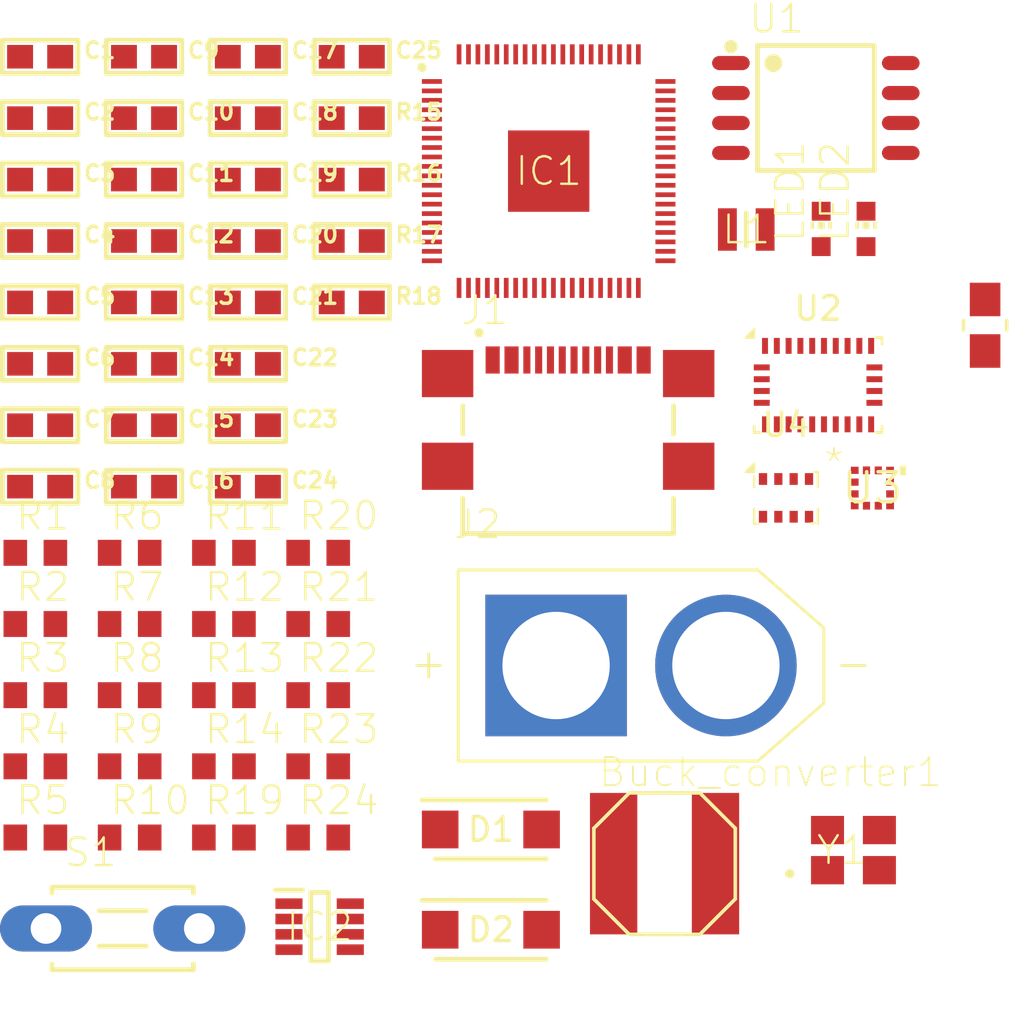
<source format=kicad_pcb>
(kicad_pcb (version 20241229) (generator "pcbnew") (generator_version "9.0")
  (layers (0 "F.Cu" signal) (2 "B.Cu" signal) (13 "F.Paste" user) (15 "B.Paste" user) (5 "F.SilkS" user "F.Silkscreen") (7 "B.SilkS" user "B.Silkscreen") (1 "F.Mask" user) (3 "B.Mask" user) (25 "Edge.Cuts" user))
  (net 0 "")
  (net 1 "/BST")
  (net 2 "/3v3")
  (net 3 "/GND")
  (net 4 "/1v1")
  (net 5 "Net-(C7-P$1)")
  (net 6 "Net-(C11-P$1)")
  (net 7 "/XIN")
  (net 8 "Net-(C16-P$2)")
  (net 9 "Net-(C17-P$1)")
  (net 10 "Net-(C18-P$1)")
  (net 11 "/V_CC_AAM")
  (net 12 "/V_MUX_OUT")
  (net 13 "/XIN32")
  (net 14 "/XOUT32")
  (net 15 "/V_BATT")
  (net 16 "/VBUS")
  (net 19 "/QSPI_SS")
  (net 22 "/QSPI_SD2")
  (net 24 "/QSPI_SD3")
  (net 29 "/QSPI_SCLK")
  (net 30 "/D_M")
  (net 41 "/QSPI_SD1")
  (net 45 "/XOUT")
  (net 54 "Net-(IC1-VREG_LX)")
  (net 57 "/D_P")
  (net 63 "/FLASH_EXT_CS")
  (net 65 "/QSPI_SD0")
  (net 75 "/SCL")
  (net 76 "/SDA")
  (net 77 "Net-(IC2-AAM)")
  (net 78 "Net-(IC2-EN)")
  (net 79 "Net-(IC2-BST)")
  (net 80 "Net-(IC2-FB)")
  (net 81 "Net-(J1-DN1)")
  (net 85 "Net-(J1-CC2)")
  (net 86 "Net-(J1-DP1)")
  (net 88 "Net-(J1-CC1)")
  (net 89 "Net-(LED1-PadC)")
  (net 90 "Net-(LED2-PadC)")
  (net 91 "Net-(U1-~{CS})")
  (net 92 "Net-(R17-Pad1)")
  (net 93 "Net-(U4-SDO)")
  (net 94 "Net-(U2-~{RESET})")
  (net 95 "Net-(U2-COM3)")
  (net 96 "Net-(U4-CSB)")
  (footprint "adafruit:R0603" (layer "F.Cu") (at 69.6484 111.4288)
    (property "Reference" "R4" (at -0.889 -0.889 0) (layer "F.SilkS") (effects (font (size 1.1684 1.1684) (thickness 0.1016)) (justify left bottom)))
    (property "Value" "27.4")
    (pad "1" smd rect (at -0.85 0) (size 1 1.1) (layers "F.Cu" "F.Mask" "F.Paste") (net 57 "/D_P"))
    (pad "2" smd rect (at 0.85 0) (size 1 1.1) (layers "F.Cu" "F.Mask" "F.Paste") (net 86 "Net-(J1-DP1)"))
  )
  (footprint "adafruit:R0603" (layer "F.Cu") (at 77.642 105.3952)
    (property "Reference" "R12" (at -0.889 -0.889 0) (layer "F.SilkS") (effects (font (size 1.1684 1.1684) (thickness 0.1016)) (justify left bottom)))
    (property "Value" "20k")
    (pad "1" smd rect (at -0.85 0) (size 1 1.1) (layers "F.Cu" "F.Mask" "F.Paste") (net 9 "Net-(C17-P$1)"))
    (pad "2" smd rect (at 0.85 0) (size 1 1.1) (layers "F.Cu" "F.Mask" "F.Paste") (net 80 "Net-(IC2-FB)"))
  )
  (footprint "YSX321SL:YSX321SL" (layer "F.Cu") (at 104.33 114.98)
    (property "Reference" "Y1" (at -0.5 0 0) (layer "F.SilkS") (effects (font (size 1.1684 1.1684) (thickness 0.1016))))
    (property "Value" "~")
    (pad "1" smd rect (at -1.1 0.85) (size 1.4 1.2) (layers "F.Cu" "F.Mask" "F.Paste") (net 6 "Net-(C11-P$1)"))
    (pad "2" smd rect (at 1.1 0.85) (size 1.4 1.2) (layers "F.Cu" "F.Mask" "F.Paste") (net 3 "/GND"))
    (pad "3" smd rect (at 1.1 -0.85) (size 1.4 1.2) (layers "F.Cu" "F.Mask" "F.Paste") (net 7 "/XIN"))
    (pad "4" smd rect (at -1.1 -0.85) (size 1.4 1.2) (layers "F.Cu" "F.Mask" "F.Paste") (net 3 "/GND"))
  )
  (footprint "adafruit:R0603" (layer "F.Cu") (at 77.642 114.4456)
    (property "Reference" "R19" (at -0.889 -0.889 0) (layer "F.SilkS") (effects (font (size 1.1684 1.1684) (thickness 0.1016)) (justify left bottom)))
    (property "Value" "10k ohm")
    (pad "1" smd rect (at -0.85 0) (size 1 1.1) (layers "F.Cu" "F.Mask" "F.Paste") (net 3 "/GND"))
    (pad "2" smd rect (at 0.85 0) (size 1 1.1) (layers "F.Cu" "F.Mask" "F.Paste") (net 93 "Net-(U4-SDO)"))
  )
  (footprint "adafruit:CHIP-LED0603" (layer "F.Cu") (at 102.9608 88.65)
    (property "Reference" "LED1" (at -0.635 0.635 90) (layer "F.SilkS") (effects (font (size 1.1684 1.1684) (thickness 0.1016)) (justify left bottom)))
    (property "Value" "V_BATT")
    (pad "A" smd rect (at 0 0.75) (size 0.8 0.8) (layers "F.Cu" "F.Mask" "F.Paste") (net 15 "/V_BATT"))
    (pad "C" smd rect (at 0 -0.75) (size 0.8 0.8) (layers "F.Cu" "F.Mask" "F.Paste") (net 89 "Net-(LED1-PadC)"))
  )
  (footprint "microbuilder:0603" (layer "F.Cu") (at 74.2548 96.9708)
    (property "Reference" "C15" (at 1.778 0.127 0) (layer "F.SilkS") (effects (font (size 0.666496 0.666496) (thickness 0.146304)) (justify left bottom)))
    (property "Value" "10 uF")
    (pad "1" smd rect (at -0.85 0) (size 1.1 1) (layers "F.Cu" "F.Mask" "F.Paste") (net 2 "/3v3"))
    (pad "2" smd rect (at 0.85 0) (size 1.1 1) (layers "F.Cu" "F.Mask" "F.Paste") (net 3 "/GND"))
  )
  (footprint "microbuilder:0603" (layer "F.Cu") (at 78.658 89.1612)
    (property "Reference" "C20" (at 1.778 0.127 0) (layer "F.SilkS") (effects (font (size 0.666496 0.666496) (thickness 0.146304)) (justify left bottom)))
    (property "Value" "22uF")
    (pad "1" smd rect (at -0.85 0) (size 1.1 1) (layers "F.Cu" "F.Mask" "F.Paste") (net 3 "/GND"))
    (pad "2" smd rect (at 0.85 0) (size 1.1 1) (layers "F.Cu" "F.Mask" "F.Paste") (net 2 "/3v3"))
  )
  (footprint "XT60-M:AMASS_XT60-M" (layer "F.Cu") (at 95.3235 107.155)
    (property "Reference" "J2" (at -8 -5.3 0) (layer "F.SilkS") (effects (font (size 1.1684 1.1684) (thickness 0.1016)) (justify left bottom)))
    (property "Value" "BATT_CONN")
    (pad "N" thru_hole circle (at 3.6 0) (size 6 6) (drill 4.55) (layers "*.Cu" "*.Mask") (net 3 "/GND"))
    (pad "P" thru_hole rect (at -3.6 0) (size 6 6) (drill 4.55) (layers "*.Cu" "*.Mask") (net 15 "/V_BATT"))
  )
  (footprint "adafruit:R0603" (layer "F.Cu") (at 77.642 111.4288)
    (property "Reference" "R14" (at -0.889 -0.889 0) (layer "F.SilkS") (effects (font (size 1.1684 1.1684) (thickness 0.1016)) (justify left bottom)))
    (property "Value" "100")
    (pad "1" smd rect (at -0.85 0) (size 1 1.1) (layers "F.Cu" "F.Mask" "F.Paste") (net 89 "Net-(LED1-PadC)"))
    (pad "2" smd rect (at 0.85 0) (size 1 1.1) (layers "F.Cu" "F.Mask" "F.Paste") (net 3 "/GND"))
  )
  (footprint "microbuilder:0603" (layer "F.Cu") (at 83.0612 89.1612)
    (property "Reference" "R17" (at 1.778 0.127 0) (layer "F.SilkS") (effects (font (size 0.666496 0.666496) (thickness 0.146304)) (justify left bottom)))
    (property "Value" "~")
    (pad "1" smd rect (at -0.85 0) (size 1.1 1) (layers "F.Cu" "F.Mask" "F.Paste") (net 92 "Net-(R17-Pad1)"))
    (pad "2" smd rect (at 0.85 0) (size 1.1 1) (layers "F.Cu" "F.Mask" "F.Paste") (net 19 "/QSPI_SS"))
  )
  (footprint "microbuilder:0603" (layer "F.Cu") (at 74.2548 86.558)
    (property "Reference" "C11" (at 1.778 0.127 0) (layer "F.SilkS") (effects (font (size 0.666496 0.666496) (thickness 0.146304)) (justify left bottom)))
    (property "Value" "18pF")
    (pad "1" smd rect (at -0.85 0) (size 1.1 1) (layers "F.Cu" "F.Mask" "F.Paste") (net 6 "Net-(C11-P$1)"))
    (pad "2" smd rect (at 0.85 0) (size 1.1 1) (layers "F.Cu" "F.Mask" "F.Paste") (net 3 "/GND"))
  )
  (footprint "microbuilder:0603" (layer "F.Cu") (at 78.658 81.3516)
    (property "Reference" "C17" (at 1.778 0.127 0) (layer "F.SilkS") (effects (font (size 0.666496 0.666496) (thickness 0.146304)) (justify left bottom)))
    (property "Value" "3.3pF")
    (pad "1" smd rect (at -0.85 0) (size 1.1 1) (layers "F.Cu" "F.Mask" "F.Paste") (net 9 "Net-(C17-P$1)"))
    (pad "2" smd rect (at 0.85 0) (size 1.1 1) (layers "F.Cu" "F.Mask" "F.Paste") (net 2 "/3v3"))
  )
  (footprint "microbuilder:0603" (layer "F.Cu") (at 69.8516 89.1612)
    (property "Reference" "C4" (at 1.778 0.127 0) (layer "F.SilkS") (effects (font (size 0.666496 0.666496) (thickness 0.146304)) (justify left bottom)))
    (property "Value" "100nF")
    (pad "1" smd rect (at -0.85 0) (size 1.1 1) (layers "F.Cu" "F.Mask" "F.Paste") (net 2 "/3v3"))
    (pad "2" smd rect (at 0.85 0) (size 1.1 1) (layers "F.Cu" "F.Mask" "F.Paste") (net 3 "/GND"))
  )
  (footprint "microbuilder:0603" (layer "F.Cu") (at 69.8516 99.574)
    (property "Reference" "C8" (at 1.778 0.127 0) (layer "F.SilkS") (effects (font (size 0.666496 0.666496) (thickness 0.146304)) (justify left bottom)))
    (property "Value" "4.7uF")
    (pad "1" smd rect (at -0.85 0) (size 1.1 1) (layers "F.Cu" "F.Mask" "F.Paste") (net 4 "/1v1"))
    (pad "2" smd rect (at 0.85 0) (size 1.1 1) (layers "F.Cu" "F.Mask" "F.Paste") (net 3 "/GND"))
  )
  (footprint "SRN6045-4R7Y:SRN6045" (layer "F.Cu") (at 96.3223 115.5534)
    (property "Reference" "Buck_converter1" (at -2.8702 -3.175 0) (layer "F.SilkS") (effects (font (size 1.1938 1.1938) (thickness 0.0762)) (justify left bottom)))
    (property "Value" "4.7uH")
    (pad "1" smd rect (at -2.159 0) (size 2.0066 5.9944) (layers "F.Cu" "F.Mask" "F.Paste") (net 2 "/3v3"))
    (pad "2" smd rect (at 2.159 0) (size 2.0066 5.9944) (layers "F.Cu" "F.Mask" "F.Paste") (net 1 "/BST"))
  )
  (footprint "microbuilder:0603" (layer "F.Cu") (at 83.0612 83.9548)
    (property "Reference" "R15" (at 1.778 0.127 0) (layer "F.SilkS") (effects (font (size 0.666496 0.666496) (thickness 0.146304)) (justify left bottom)))
    (property "Value" "10k")
    (pad "1" smd rect (at -0.85 0) (size 1.1 1) (layers "F.Cu" "F.Mask" "F.Paste") (net 91 "Net-(U1-~{CS})"))
    (pad "2" smd rect (at 0.85 0) (size 1.1 1) (layers "F.Cu" "F.Mask" "F.Paste") (net 2 "/3v3"))
  )
  (footprint "adafruit:R0603" (layer "F.Cu") (at 69.6484 108.412)
    (property "Reference" "R3" (at -0.889 -0.889 0) (layer "F.SilkS") (effects (font (size 1.1684 1.1684) (thickness 0.1016)) (justify left bottom)))
    (property "Value" "5.1k")
    (pad "1" smd rect (at -0.85 0) (size 1 1.1) (layers "F.Cu" "F.Mask" "F.Paste") (net 3 "/GND"))
    (pad "2" smd rect (at 0.85 0) (size 1 1.1) (layers "F.Cu" "F.Mask" "F.Paste") (net 88 "Net-(J1-CC1)"))
  )
  (footprint "adafruit:R0603" (layer "F.Cu") (at 73.6452 108.412)
    (property "Reference" "R8" (at -0.889 -0.889 0) (layer "F.SilkS") (effects (font (size 1.1684 1.1684) (thickness 0.1016)) (justify left bottom)))
    (property "Value" "100k")
    (pad "1" smd rect (at -0.85 0) (size 1 1.1) (layers "F.Cu" "F.Mask" "F.Paste") (net 77 "Net-(IC2-AAM)"))
    (pad "2" smd rect (at 0.85 0) (size 1 1.1) (layers "F.Cu" "F.Mask" "F.Paste") (net 11 "/V_CC_AAM"))
  )
  (footprint "microbuilder:0603" (layer "F.Cu") (at 74.2548 89.1612)
    (property "Reference" "C12" (at 1.778 0.127 0) (layer "F.SilkS") (effects (font (size 0.666496 0.666496) (thickness 0.146304)) (justify left bottom)))
    (property "Value" "18pF")
    (pad "1" smd rect (at -0.85 0) (size 1.1 1) (layers "F.Cu" "F.Mask" "F.Paste") (net 3 "/GND"))
    (pad "2" smd rect (at 0.85 0) (size 1.1 1) (layers "F.Cu" "F.Mask" "F.Paste") (net 7 "/XIN"))
  )
  (footprint "adafruit:R0603" (layer "F.Cu") (at 73.6452 114.4456)
    (property "Reference" "R10" (at -0.889 -0.889 0) (layer "F.SilkS") (effects (font (size 1.1684 1.1684) (thickness 0.1016)) (justify left bottom)))
    (property "Value" "100k")
    (pad "1" smd rect (at -0.85 0) (size 1 1.1) (layers "F.Cu" "F.Mask" "F.Paste") (net 9 "Net-(C17-P$1)"))
    (pad "2" smd rect (at 0.85 0) (size 1 1.1) (layers "F.Cu" "F.Mask" "F.Paste") (net 2 "/3v3"))
  )
  (footprint "MP2315SGJ-Z:SOT65P280X100-8N" (layer "F.Cu") (at 81.7 118.225)
    (property "Reference" "IC2" (at 0 0 0) (layer "F.SilkS") (effects (font (size 1.1684 1.1684) (thickness 0.1016))))
    (property "Value" "MP2315S")
    (pad "1" smd rect (at -1.3 -0.975) (size 1.15 0.45) (layers "F.Cu" "F.Mask" "F.Paste") (net 77 "Net-(IC2-AAM)"))
    (pad "2" smd rect (at -1.3 -0.325) (size 1.15 0.45) (layers "F.Cu" "F.Mask" "F.Paste") (net 12 "/V_MUX_OUT"))
    (pad "3" smd rect (at -1.3 0.325) (size 1.15 0.45) (layers "F.Cu" "F.Mask" "F.Paste") (net 1 "/BST"))
    (pad "4" smd rect (at -1.3 0.975) (size 1.15 0.45) (layers "F.Cu" "F.Mask" "F.Paste") (net 3 "/GND"))
    (pad "5" smd rect (at 1.3 0.975) (size 1.15 0.45) (layers "F.Cu" "F.Mask" "F.Paste") (net 79 "Net-(IC2-BST)"))
    (pad "6" smd rect (at 1.3 0.325) (size 1.15 0.45) (layers "F.Cu" "F.Mask" "F.Paste") (net 78 "Net-(IC2-EN)"))
    (pad "7" smd rect (at 1.3 -0.325) (size 1.15 0.45) (layers "F.Cu" "F.Mask" "F.Paste") (net 11 "/V_CC_AAM"))
    (pad "8" smd rect (at 1.3 -0.975) (size 1.15 0.45) (layers "F.Cu" "F.Mask" "F.Paste") (net 80 "Net-(IC2-FB)"))
  )
  (footprint "microbuilder:0603" (layer "F.Cu") (at 78.658 94.3676)
    (property "Reference" "C22" (at 1.778 0.127 0) (layer "F.SilkS") (effects (font (size 0.666496 0.666496) (thickness 0.146304)) (justify left bottom)))
    (property "Value" "100nF")
    (pad "1" smd rect (at -0.85 0) (size 1.1 1) (layers "F.Cu" "F.Mask" "F.Paste") (net 3 "/GND"))
    (pad "2" smd rect (at 0.85 0) (size 1.1 1) (layers "F.Cu" "F.Mask" "F.Paste") (net 12 "/V_MUX_OUT"))
  )
  (footprint "microbuilder:0603" (layer "F.Cu") (at 69.8516 96.9708)
    (property "Reference" "C7" (at 1.778 0.127 0) (layer "F.SilkS") (effects (font (size 0.666496 0.666496) (thickness 0.146304)) (justify left bottom)))
    (property "Value" "4.7uF")
    (pad "1" smd rect (at -0.85 0) (size 1.1 1) (layers "F.Cu" "F.Mask" "F.Paste") (net 5 "Net-(C7-P$1)"))
    (pad "2" smd rect (at 0.85 0) (size 1.1 1) (layers "F.Cu" "F.Mask" "F.Paste") (net 3 "/GND"))
  )
  (footprint "microbuilder:0603" (layer "F.Cu") (at 78.658 83.9548)
    (property "Reference" "C18" (at 1.778 0.127 0) (layer "F.SilkS") (effects (font (size 0.666496 0.666496) (thickness 0.146304)) (justify left bottom)))
    (property "Value" "100nF")
    (pad "1" smd rect (at -0.85 0) (size 1.1 1) (layers "F.Cu" "F.Mask" "F.Paste") (net 10 "Net-(C18-P$1)"))
    (pad "2" smd rect (at 0.85 0) (size 1.1 1) (layers "F.Cu" "F.Mask" "F.Paste") (net 1 "/BST"))
  )
  (footprint "RP2354B:QFN40P1000X1000X90-81N" (layer "F.Cu") (at 91.41 86.2)
    (property "Reference" "IC1" (at 0 0 0) (layer "F.SilkS") (effects (font (size 1.1684 1.1684) (thickness 0.1016))))
    (property "Value" "~")
    (pad "1" smd rect (at -4.95 -3.8) (size 0.85 0.2) (layers "F.Cu" "F.Mask" "F.Paste") (net 76 "/SDA"))
    (pad "2" smd rect (at -4.95 -3.4) (size 0.85 0.2) (layers "F.Cu" "F.Mask" "F.Paste") (net 75 "/SCL"))
    (pad "3" smd rect (at -4.95 -3) (size 0.85 0.2) (layers "F.Cu" "F.Mask" "F.Paste"))
    (pad "4" smd rect (at -4.95 -2.6) (size 0.85 0.2) (layers "F.Cu" "F.Mask" "F.Paste"))
    (pad "5" smd rect (at -4.95 -2.2) (size 0.85 0.2) (layers "F.Cu" "F.Mask" "F.Paste") (net 2 "/3v3"))
    (pad "6" smd rect (at -4.95 -1.8) (size 0.85 0.2) (layers "F.Cu" "F.Mask" "F.Paste"))
    (pad "7" smd rect (at -4.95 -1.4) (size 0.85 0.2) (layers "F.Cu" "F.Mask" "F.Paste"))
    (pad "8" smd rect (at -4.95 -1) (size 0.85 0.2) (layers "F.Cu" "F.Mask" "F.Paste"))
    (pad "9" smd rect (at -4.95 -0.6) (size 0.85 0.2) (layers "F.Cu" "F.Mask" "F.Paste"))
    (pad "10" smd rect (at -4.95 -0.2) (size 0.85 0.2) (layers "F.Cu" "F.Mask" "F.Paste") (net 4 "/1v1"))
    (pad "11" smd rect (at -4.95 0.2) (size 0.85 0.2) (layers "F.Cu" "F.Mask" "F.Paste"))
    (pad "12" smd rect (at -4.95 0.6) (size 0.85 0.2) (layers "F.Cu" "F.Mask" "F.Paste"))
    (pad "13" smd rect (at -4.95 1) (size 0.85 0.2) (layers "F.Cu" "F.Mask" "F.Paste"))
    (pad "14" smd rect (at -4.95 1.4) (size 0.85 0.2) (layers "F.Cu" "F.Mask" "F.Paste"))
    (pad "15" smd rect (at -4.95 1.8) (size 0.85 0.2) (layers "F.Cu" "F.Mask" "F.Paste") (net 2 "/3v3"))
    (pad "16" smd rect (at -4.95 2.2) (size 0.85 0.2) (layers "F.Cu" "F.Mask" "F.Paste"))
    (pad "17" smd rect (at -4.95 2.6) (size 0.85 0.2) (layers "F.Cu" "F.Mask" "F.Paste"))
    (pad "18" smd rect (at -4.95 3) (size 0.85 0.2) (layers "F.Cu" "F.Mask" "F.Paste"))
    (pad "19" smd rect (at -4.95 3.4) (size 0.85 0.2) (layers "F.Cu" "F.Mask" "F.Paste"))
    (pad "20" smd rect (at -4.95 3.8) (size 0.85 0.2) (layers "F.Cu" "F.Mask" "F.Paste"))
    (pad "21" smd rect (at -3.8 4.95 90) (size 0.85 0.2) (layers "F.Cu" "F.Mask" "F.Paste"))
    (pad "22" smd rect (at -3.4 4.95 90) (size 0.85 0.2) (layers "F.Cu" "F.Mask" "F.Paste"))
    (pad "23" smd rect (at -3 4.95 90) (size 0.85 0.2) (layers "F.Cu" "F.Mask" "F.Paste"))
    (pad "24" smd rect (at -2.6 4.95 90) (size 0.85 0.2) (layers "F.Cu" "F.Mask" "F.Paste") (net 2 "/3v3"))
    (pad "25" smd rect (at -2.2 4.95 90) (size 0.85 0.2) (layers "F.Cu" "F.Mask" "F.Paste"))
    (pad "26" smd rect (at -1.8 4.95 90) (size 0.85 0.2) (layers "F.Cu" "F.Mask" "F.Paste"))
    (pad "27" smd rect (at -1.4 4.95 90) (size 0.85 0.2) (layers "F.Cu" "F.Mask" "F.Paste"))
    (pad "28" smd rect (at -1 4.95 90) (size 0.85 0.2) (layers "F.Cu" "F.Mask" "F.Paste"))
    (pad "29" smd rect (at -0.6 4.95 90) (size 0.85 0.2) (layers "F.Cu" "F.Mask" "F.Paste") (net 2 "/3v3"))
    (pad "30" smd rect (at -0.2 4.95 90) (size 0.85 0.2) (layers "F.Cu" "F.Mask" "F.Paste") (net 7 "/XIN"))
    (pad "31" smd rect (at 0.2 4.95 90) (size 0.85 0.2) (layers "F.Cu" "F.Mask" "F.Paste") (net 45 "/XOUT"))
    (pad "32" smd rect (at 0.6 4.95 90) (size 0.85 0.2) (layers "F.Cu" "F.Mask" "F.Paste") (net 4 "/1v1"))
    (pad "33" smd rect (at 1 4.95 90) (size 0.85 0.2) (layers "F.Cu" "F.Mask" "F.Paste"))
    (pad "34" smd rect (at 1.4 4.95 90) (size 0.85 0.2) (layers "F.Cu" "F.Mask" "F.Paste"))
    (pad "35" smd rect (at 1.8 4.95 90) (size 0.85 0.2) (layers "F.Cu" "F.Mask" "F.Paste") (net 2 "/3v3"))
    (pad "36" smd rect (at 2.2 4.95 90) (size 0.85 0.2) (layers "F.Cu" "F.Mask" "F.Paste"))
    (pad "37" smd rect (at 2.6 4.95 90) (size 0.85 0.2) (layers "F.Cu" "F.Mask" "F.Paste"))
    (pad "38" smd rect (at 3 4.95 90) (size 0.85 0.2) (layers "F.Cu" "F.Mask" "F.Paste"))
    (pad "39" smd rect (at 3.4 4.95 90) (size 0.85 0.2) (layers "F.Cu" "F.Mask" "F.Paste"))
    (pad "40" smd rect (at 3.8 4.95 90) (size 0.85 0.2) (layers "F.Cu" "F.Mask" "F.Paste"))
    (pad "41" smd rect (at 4.95 3.8) (size 0.85 0.2) (layers "F.Cu" "F.Mask" "F.Paste") (net 2 "/3v3"))
    (pad "42" smd rect (at 4.95 3.4) (size 0.85 0.2) (layers "F.Cu" "F.Mask" "F.Paste"))
    (pad "43" smd rect (at 4.95 3) (size 0.85 0.2) (layers "F.Cu" "F.Mask" "F.Paste"))
    (pad "44" smd rect (at 4.95 2.6) (size 0.85 0.2) (layers "F.Cu" "F.Mask" "F.Paste"))
    (pad "45" smd rect (at 4.95 2.2) (size 0.85 0.2) (layers "F.Cu" "F.Mask" "F.Paste"))
    (pad "46" smd rect (at 4.95 1.8) (size 0.85 0.2) (layers "F.Cu" "F.Mask" "F.Paste"))
    (pad "47" smd rect (at 4.95 1.4) (size 0.85 0.2) (layers "F.Cu" "F.Mask" "F.Paste"))
    (pad "48" smd rect (at 4.95 1) (size 0.85 0.2) (layers "F.Cu" "F.Mask" "F.Paste"))
    (pad "49" smd rect (at 4.95 0.6) (size 0.85 0.2) (layers "F.Cu" "F.Mask" "F.Paste"))
    (pad "50" smd rect (at 4.95 0.2) (size 0.85 0.2) (layers "F.Cu" "F.Mask" "F.Paste") (net 2 "/3v3"))
    (pad "51" smd rect (at 4.95 -0.2) (size 0.85 0.2) (layers "F.Cu" "F.Mask" "F.Paste") (net 4 "/1v1"))
    (pad "52" smd rect (at 4.95 -0.6) (size 0.85 0.2) (layers "F.Cu" "F.Mask" "F.Paste"))
    (pad "53" smd rect (at 4.95 -1) (size 0.85 0.2) (layers "F.Cu" "F.Mask" "F.Paste"))
    (pad "54" smd rect (at 4.95 -1.4) (size 0.85 0.2) (layers "F.Cu" "F.Mask" "F.Paste"))
    (pad "55" smd rect (at 4.95 -1.8) (size 0.85 0.2) (layers "F.Cu" "F.Mask" "F.Paste"))
    (pad "56" smd rect (at 4.95 -2.2) (size 0.85 0.2) (layers "F.Cu" "F.Mask" "F.Paste"))
    (pad "57" smd rect (at 4.95 -2.6) (size 0.85 0.2) (layers "F.Cu" "F.Mask" "F.Paste"))
    (pad "58" smd rect (at 4.95 -3) (size 0.85 0.2) (layers "F.Cu" "F.Mask" "F.Paste"))
    (pad "59" smd rect (at 4.95 -3.4) (size 0.85 0.2) (layers "F.Cu" "F.Mask" "F.Paste") (net 2 "/3v3"))
    (pad "60" smd rect (at 4.95 -3.8) (size 0.85 0.2) (layers "F.Cu" "F.Mask" "F.Paste") (net 2 "/3v3"))
    (pad "61" smd rect (at 3.8 -4.95 90) (size 0.85 0.2) (layers "F.Cu" "F.Mask" "F.Paste") (net 5 "Net-(C7-P$1)"))
    (pad "62" smd rect (at 3.4 -4.95 90) (size 0.85 0.2) (layers "F.Cu" "F.Mask" "F.Paste") (net 3 "/GND"))
    (pad "63" smd rect (at 3 -4.95 90) (size 0.85 0.2) (layers "F.Cu" "F.Mask" "F.Paste") (net 54 "Net-(IC1-VREG_LX)"))
    (pad "64" smd rect (at 2.6 -4.95 90) (size 0.85 0.2) (layers "F.Cu" "F.Mask" "F.Paste") (net 2 "/3v3"))
    (pad "65" smd rect (at 2.2 -4.95 90) (size 0.85 0.2) (layers "F.Cu" "F.Mask" "F.Paste") (net 4 "/1v1"))
    (pad "66" smd rect (at 1.8 -4.95 90) (size 0.85 0.2) (layers "F.Cu" "F.Mask" "F.Paste") (net 30 "/D_M"))
    (pad "67" smd rect (at 1.4 -4.95 90) (size 0.85 0.2) (layers "F.Cu" "F.Mask" "F.Paste") (net 57 "/D_P"))
    (pad "68" smd rect (at 1 -4.95 90) (size 0.85 0.2) (layers "F.Cu" "F.Mask" "F.Paste") (net 2 "/3v3"))
    (pad "69" smd rect (at 0.6 -4.95 90) (size 0.85 0.2) (layers "F.Cu" "F.Mask" "F.Paste") (net 2 "/3v3"))
    (pad "70" smd rect (at 0.2 -4.95 90) (size 0.85 0.2) (layers "F.Cu" "F.Mask" "F.Paste") (net 24 "/QSPI_SD3"))
    (pad "71" smd rect (at -0.2 -4.95 90) (size 0.85 0.2) (layers "F.Cu" "F.Mask" "F.Paste") (net 29 "/QSPI_SCLK"))
    (pad "72" smd rect (at -0.6 -4.95 90) (size 0.85 0.2) (layers "F.Cu" "F.Mask" "F.Paste") (net 65 "/QSPI_SD0"))
    (pad "73" smd rect (at -1 -4.95 90) (size 0.85 0.2) (layers "F.Cu" "F.Mask" "F.Paste") (net 22 "/QSPI_SD2"))
    (pad "74" smd rect (at -1.4 -4.95 90) (size 0.85 0.2) (layers "F.Cu" "F.Mask" "F.Paste") (net 41 "/QSPI_SD1"))
    (pad "75" smd rect (at -1.8 -4.95 90) (size 0.85 0.2) (layers "F.Cu" "F.Mask" "F.Paste") (net 19 "/QSPI_SS"))
    (pad "76" smd rect (at -2.2 -4.95 90) (size 0.85 0.2) (layers "F.Cu" "F.Mask" "F.Paste") (net 2 "/3v3"))
    (pad "77" smd rect (at -2.6 -4.95 90) (size 0.85 0.2) (layers "F.Cu" "F.Mask" "F.Paste") (net 63 "/FLASH_EXT_CS"))
    (pad "78" smd rect (at -3 -4.95 90) (size 0.85 0.2) (layers "F.Cu" "F.Mask" "F.Paste"))
    (pad "79" smd rect (at -3.4 -4.95 90) (size 0.85 0.2) (layers "F.Cu" "F.Mask" "F.Paste"))
    (pad "80" smd rect (at -3.8 -4.95 90) (size 0.85 0.2) (layers "F.Cu" "F.Mask" "F.Paste"))
    (pad "81" smd rect (at 0 0 90) (size 3.45 3.45) (layers "F.Cu" "F.Mask" "F.Paste") (net 3 "/GND"))
  )
  (footprint "Package_LGA:LGA-28_5.2x3.8mm_P0.5mm" (layer "F.Cu") (at 102.83 95.27)
    (property "Reference" "U2" (at 0 -3.25 0) (layer "F.SilkS"))
    (property "Value" "BNO055")
    (pad "1" smd rect (at -2.25 -1.6625) (size 0.254 0.675) (layers "F.Cu" "F.Mask" "F.Paste"))
    (pad "2" smd rect (at -2.3875 -0.75 90) (size 0.254 0.675) (layers "F.Cu" "F.Mask" "F.Paste") (net 3 "/GND"))
    (pad "3" smd rect (at -2.3875 -0.25 90) (size 0.254 0.675) (layers "F.Cu" "F.Mask" "F.Paste") (net 2 "/3v3"))
    (pad "4" smd rect (at -2.3875 0.25 90) (size 0.254 0.675) (layers "F.Cu" "F.Mask" "F.Paste") (net 2 "/3v3"))
    (pad "5" smd rect (at -2.3875 0.75 90) (size 0.254 0.675) (layers "F.Cu" "F.Mask" "F.Paste") (net 3 "/GND"))
    (pad "6" smd rect (at -2.25 1.6625) (size 0.254 0.675) (layers "F.Cu" "F.Mask" "F.Paste") (net 3 "/GND"))
    (pad "7" smd rect (at -1.75 1.6625) (size 0.254 0.675) (layers "F.Cu" "F.Mask" "F.Paste"))
    (pad "8" smd rect (at -1.25 1.6625) (size 0.254 0.675) (layers "F.Cu" "F.Mask" "F.Paste"))
    (pad "9" smd rect (at -0.75 1.6625) (size 0.254 0.675) (layers "F.Cu" "F.Mask" "F.Paste") (net 8 "Net-(C16-P$2)"))
    (pad "10" smd rect (at -0.25 1.6625) (size 0.254 0.675) (layers "F.Cu" "F.Mask" "F.Paste"))
    (pad "11" smd rect (at 0.25 1.6625) (size 0.254 0.675) (layers "F.Cu" "F.Mask" "F.Paste") (net 94 "Net-(U2-~{RESET})"))
    (pad "12" smd rect (at 0.75 1.6625) (size 0.254 0.675) (layers "F.Cu" "F.Mask" "F.Paste"))
    (pad "13" smd rect (at 1.25 1.6625) (size 0.254 0.675) (layers "F.Cu" "F.Mask" "F.Paste"))
    (pad "14" smd rect (at 1.75 1.6625) (size 0.254 0.675) (layers "F.Cu" "F.Mask" "F.Paste"))
    (pad "15" smd rect (at 2.25 1.6625) (size 0.254 0.675) (layers "F.Cu" "F.Mask" "F.Paste"))
    (pad "16" smd rect (at 2.3875 0.75 90) (size 0.254 0.675) (layers "F.Cu" "F.Mask" "F.Paste"))
    (pad "17" smd rect (at 2.3875 0.25 90) (size 0.254 0.675) (layers "F.Cu" "F.Mask" "F.Paste") (net 95 "Net-(U2-COM3)"))
    (pad "18" smd rect (at 2.3875 -0.25 90) (size 0.254 0.675) (layers "F.Cu" "F.Mask" "F.Paste") (net 3 "/GND"))
    (pad "19" smd rect (at 2.3875 -0.75 90) (size 0.254 0.675) (layers "F.Cu" "F.Mask" "F.Paste") (net 75 "/SCL"))
    (pad "20" smd rect (at 2.25 -1.6625) (size 0.254 0.675) (layers "F.Cu" "F.Mask" "F.Paste") (net 76 "/SDA"))
    (pad "21" smd rect (at 1.75 -1.6625) (size 0.254 0.675) (layers "F.Cu" "F.Mask" "F.Paste"))
    (pad "22" smd rect (at 1.25 -1.6625) (size 0.254 0.675) (layers "F.Cu" "F.Mask" "F.Paste"))
    (pad "23" smd rect (at 0.75 -1.6625) (size 0.254 0.675) (layers "F.Cu" "F.Mask" "F.Paste"))
    (pad "24" smd rect (at 0.25 -1.6625) (size 0.254 0.675) (layers "F.Cu" "F.Mask" "F.Paste"))
    (pad "25" smd rect (at -0.25 -1.6625) (size 0.254 0.675) (layers "F.Cu" "F.Mask" "F.Paste") (net 3 "/GND"))
    (pad "26" smd rect (at -0.75 -1.6625) (size 0.254 0.675) (layers "F.Cu" "F.Mask" "F.Paste") (net 14 "/XOUT32"))
    (pad "27" smd rect (at -1.25 -1.6625) (size 0.254 0.675) (layers "F.Cu" "F.Mask" "F.Paste") (net 13 "/XIN32"))
    (pad "28" smd rect (at -1.75 -1.6625) (size 0.254 0.675) (layers "F.Cu" "F.Mask" "F.Paste") (net 2 "/3v3"))
  )
  (footprint "adafruit:R0603" (layer "F.Cu") (at 73.6452 102.3784)
    (property "Reference" "R6" (at -0.889 -0.889 0) (layer "F.SilkS") (effects (font (size 1.1684 1.1684) (thickness 0.1016)) (justify left bottom)))
    (property "Value" "499k")
    (pad "1" smd rect (at -0.85 0) (size 1 1.1) (layers "F.Cu" "F.Mask" "F.Paste") (net 78 "Net-(IC2-EN)"))
    (pad "2" smd rect (at 0.85 0) (size 1 1.1) (layers "F.Cu" "F.Mask" "F.Paste") (net 12 "/V_MUX_OUT"))
  )
  (footprint "microbuilder:0603" (layer "F.Cu") (at 69.8516 91.7644)
    (property "Reference" "C5" (at 1.778 0.127 0) (layer "F.SilkS") (effects (font (size 0.666496 0.666496) (thickness 0.146304)) (justify left bottom)))
    (property "Value" "1uF")
    (pad "1" smd rect (at -0.85 0) (size 1.1 1) (layers "F.Cu" "F.Mask" "F.Paste") (net 4 "/1v1"))
    (pad "2" smd rect (at 0.85 0) (size 1.1 1) (layers "F.Cu" "F.Mask" "F.Paste") (net 3 "/GND"))
  )
  (footprint "microbuilder:0603" (layer "F.Cu") (at 78.658 86.558)
    (property "Reference" "C19" (at 1.778 0.127 0) (layer "F.SilkS") (effects (font (size 0.666496 0.666496) (thickness 0.146304)) (justify left bottom)))
    (property "Value" "100nF")
    (pad "1" smd rect (at -0.85 0) (size 1.1 1) (layers "F.Cu" "F.Mask" "F.Paste") (net 3 "/GND"))
    (pad "2" smd rect (at 0.85 0) (size 1.1 1) (layers "F.Cu" "F.Mask" "F.Paste") (net 11 "/V_CC_AAM"))
  )
  (footprint "adafruit:R0603" (layer "F.Cu") (at 73.6452 111.4288)
    (property "Reference" "R9" (at -0.889 -0.889 0) (layer "F.SilkS") (effects (font (size 1.1684 1.1684) (thickness 0.1016)) (justify left bottom)))
    (property "Value" "9.09k")
    (pad "1" smd rect (at -0.85 0) (size 1 1.1) (layers "F.Cu" "F.Mask" "F.Paste") (net 3 "/GND"))
    (pad "2" smd rect (at 0.85 0) (size 1 1.1) (layers "F.Cu" "F.Mask" "F.Paste") (net 77 "Net-(IC2-AAM)"))
  )
  (footprint "RSX501LAM20TR:DIOM4725X105N" (layer "F.Cu") (at 88.96 114.105)
    (property "Reference" "D1" (at 0 0 0) (layer "F.SilkS"))
    (property "Value" "RSX501LAM20TR")
    (pad "1" smd rect (at -2.15 0) (size 1.55 1.6) (layers "F.Cu" "F.Mask" "F.Paste") (net 12 "/V_MUX_OUT"))
    (pad "2" smd rect (at 2.15 0) (size 1.55 1.6) (layers "F.Cu" "F.Mask" "F.Paste") (net 15 "/V_BATT"))
  )
  (footprint "microbuilder:0603" (layer "F.Cu") (at 74.2548 81.3516)
    (property "Reference" "C9" (at 1.778 0.127 0) (layer "F.SilkS") (effects (font (size 0.666496 0.666496) (thickness 0.146304)) (justify left bottom)))
    (property "Value" "4.7uF")
    (pad "1" smd rect (at -0.85 0) (size 1.1 1) (layers "F.Cu" "F.Mask" "F.Paste") (net 2 "/3v3"))
    (pad "2" smd rect (at 0.85 0) (size 1.1 1) (layers "F.Cu" "F.Mask" "F.Paste") (net 3 "/GND"))
  )
  (footprint "Package_LGA:Bosch_LGA-8_2x2.5mm_P0.65mm_ClockwisePinNumbering" (layer "F.Cu") (at 101.47 100.05)
    (property "Reference" "U4" (at 0 -3.1 0) (layer "F.SilkS"))
    (property "Value" "BMP280")
    (pad "1" smd rect (at -0.975 -0.8 90) (size 0.5 0.35) (layers "F.Cu" "F.Mask" "F.Paste") (net 3 "/GND"))
    (pad "2" smd rect (at -0.325 -0.8 90) (size 0.5 0.35) (layers "F.Cu" "F.Mask" "F.Paste") (net 96 "Net-(U4-CSB)"))
    (pad "3" smd rect (at 0.325 -0.8 90) (size 0.5 0.35) (layers "F.Cu" "F.Mask" "F.Paste") (net 76 "/SDA"))
    (pad "4" smd rect (at 0.975 -0.8 90) (size 0.5 0.35) (layers "F.Cu" "F.Mask" "F.Paste") (net 75 "/SCL"))
    (pad "5" smd rect (at 0.975 0.8 90) (size 0.5 0.35) (layers "F.Cu" "F.Mask" "F.Paste") (net 93 "Net-(U4-SDO)"))
    (pad "6" smd rect (at 0.325 0.8 90) (size 0.5 0.35) (layers "F.Cu" "F.Mask" "F.Paste") (net 2 "/3v3"))
    (pad "7" smd rect (at -0.325 0.8 90) (size 0.5 0.35) (layers "F.Cu" "F.Mask" "F.Paste") (net 3 "/GND"))
    (pad "8" smd rect (at -0.975 0.8 90) (size 0.5 0.35) (layers "F.Cu" "F.Mask" "F.Paste") (net 2 "/3v3"))
  )
  (footprint "adafruit:R0603" (layer "F.Cu") (at 81.6388 105.3952)
    (property "Reference" "R21" (at -0.889 -0.889 0) (layer "F.SilkS") (effects (font (size 1.1684 1.1684) (thickness 0.1016)) (justify left bottom)))
    (property "Value" "10k ohm")
    (pad "1" smd rect (at -0.85 0) (size 1 1.1) (layers "F.Cu" "F.Mask" "F.Paste") (net 2 "/3v3"))
    (pad "2" smd rect (at 0.85 0) (size 1 1.1) (layers "F.Cu" "F.Mask" "F.Paste") (net 75 "/SCL"))
  )
  (footprint "microbuilder:0603" (layer "F.Cu") (at 83.0612 81.3516)
    (property "Reference" "C25" (at 1.778 0.127 0) (layer "F.SilkS") (effects (font (size 0.666496 0.666496) (thickness 0.146304)) (justify left bottom)))
    (property "Value" "20 pF")
    (pad "1" smd rect (at -0.85 0) (size 1.1 1) (layers "F.Cu" "F.Mask" "F.Paste") (net 3 "/GND"))
    (pad "2" smd rect (at 0.85 0) (size 1.1 1) (layers "F.Cu" "F.Mask" "F.Paste") (net 14 "/XOUT32"))
  )
  (footprint "DTS-3:DTS-3" (layer "F.Cu") (at 73.35 118.3016)
    (property "Reference" "S1" (at -2.54052 -2.54052 0) (layer "F.SilkS") (effects (font (size 1.168639 1.168639) (thickness 0.101621)) (justify left bottom)))
    (property "Value" "~")
    (pad "1" thru_hole oval (at -3.25 0) (size 3.9 1.95) (drill 1.3) (layers "*.Cu" "*.Mask") (net 92 "Net-(R17-Pad1)"))
    (pad "2" thru_hole oval (at 3.25 0) (size 3.9 1.95) (drill 1.3) (layers "*.Cu" "*.Mask") (net 3 "/GND"))
  )
  (footprint "adafruit:R0603" (layer "F.Cu") (at 77.642 102.3784)
    (property "Reference" "R11" (at -0.889 -0.889 0) (layer "F.SilkS") (effects (font (size 1.1684 1.1684) (thickness 0.1016)) (justify left bottom)))
    (property "Value" "31.6k")
    (pad "1" smd rect (at -0.85 0) (size 1 1.1) (layers "F.Cu" "F.Mask" "F.Paste") (net 3 "/GND"))
    (pad "2" smd rect (at 0.85 0) (size 1 1.1) (layers "F.Cu" "F.Mask" "F.Paste") (net 9 "Net-(C17-P$1)"))
  )
  (footprint "adafruit:R0603" (layer "F.Cu") (at 81.6388 108.412)
    (property "Reference" "R22" (at -0.889 -0.889 0) (layer "F.SilkS") (effects (font (size 1.1684 1.1684) (thickness 0.1016)) (justify left bottom)))
    (property "Value" "10k ohm")
    (pad "1" smd rect (at -0.85 0) (size 1 1.1) (layers "F.Cu" "F.Mask" "F.Paste") (net 2 "/3v3"))
    (pad "2" smd rect (at 0.85 0) (size 1 1.1) (layers "F.Cu" "F.Mask" "F.Paste") (net 94 "Net-(U2-~{RESET})"))
  )
  (footprint "adafruit:CHIP-LED0603" (layer "F.Cu") (at 104.8624 88.65)
    (property "Reference" "LED2" (at -0.635 0.635 90) (layer "F.SilkS") (effects (font (size 1.1684 1.1684) (thickness 0.1016)) (justify left bottom)))
    (property "Value" "VBUS")
    (pad "A" smd rect (at 0 0.75) (size 0.8 0.8) (layers "F.Cu" "F.Mask" "F.Paste") (net 16 "/VBUS"))
    (pad "C" smd rect (at 0 -0.75) (size 0.8 0.8) (layers "F.Cu" "F.Mask" "F.Paste") (net 90 "Net-(LED2-PadC)"))
  )
  (footprint "RSX501LAM20TR:DIOM4725X105N" (layer "F.Cu") (at 88.96 118.355)
    (property "Reference" "D2" (at 0 0 0) (layer "F.SilkS"))
    (property "Value" "RSX501LAM20TR")
    (pad "1" smd rect (at -2.15 0) (size 1.55 1.6) (layers "F.Cu" "F.Mask" "F.Paste") (net 12 "/V_MUX_OUT"))
    (pad "2" smd rect (at 2.15 0) (size 1.55 1.6) (layers "F.Cu" "F.Mask" "F.Paste") (net 16 "/VBUS"))
  )
  (footprint "adafruit:R0603" (layer "F.Cu") (at 77.642 108.412)
    (property "Reference" "R13" (at -0.889 -0.889 0) (layer "F.SilkS") (effects (font (size 1.1684 1.1684) (thickness 0.1016)) (justify left bottom)))
    (property "Value" "100")
    (pad "1" smd rect (at -0.85 0) (size 1 1.1) (layers "F.Cu" "F.Mask" "F.Paste") (net 90 "Net-(LED2-PadC)"))
    (pad "2" smd rect (at 0.85 0) (size 1 1.1) (layers "F.Cu" "F.Mask" "F.Paste") (net 3 "/GND"))
  )
  (footprint "adafruit:R0603" (layer "F.Cu") (at 81.6388 102.3784)
    (property "Reference" "R20" (at -0.889 -0.889 0) (layer "F.SilkS") (effects (font (size 1.1684 1.1684) (thickness 0.1016)) (justify left bottom)))
    (property "Value" "10k ohm")
    (pad "1" smd rect (at -0.85 0) (size 1 1.1) (layers "F.Cu" "F.Mask" "F.Paste") (net 2 "/3v3"))
    (pad "2" smd rect (at 0.85 0) (size 1 1.1) (layers "F.Cu" "F.Mask" "F.Paste") (net 76 "/SDA"))
  )
  (footprint "adafruit:R0603" (layer "F.Cu") (at 69.6484 102.3784)
    (property "Reference" "R1" (at -0.889 -0.889 0) (layer "F.SilkS") (effects (font (size 1.1684 1.1684) (thickness 0.1016)) (justify left bottom)))
    (property "Value" "~")
    (pad "1" smd rect (at -0.85 0) (size 1 1.1) (layers "F.Cu" "F.Mask" "F.Paste") (net 5 "Net-(C7-P$1)"))
    (pad "2" smd rect (at 0.85 0) (size 1 1.1) (layers "F.Cu" "F.Mask" "F.Paste") (net 2 "/3v3"))
  )
  (footprint "adafruit:R0603" (layer "F.Cu") (at 81.6388 111.4288)
    (property "Reference" "R23" (at -0.889 -0.889 0) (layer "F.SilkS") (effects (font (size 1.1684 1.1684) (thickness 0.1016)) (justify left bottom)))
    (property "Value" "10k ohm")
    (pad "1" smd rect (at -0.85 0) (size 1 1.1) (layers "F.Cu" "F.Mask" "F.Paste") (net 3 "/GND"))
    (pad "2" smd rect (at 0.85 0) (size 1 1.1) (layers "F.Cu" "F.Mask" "F.Paste") (net 95 "Net-(U2-COM3)"))
  )
  (footprint "microbuilder:0603" (layer "F.Cu") (at 78.658 96.9708)
    (property "Reference" "C23" (at 1.778 0.127 0) (layer "F.SilkS") (effects (font (size 0.666496 0.666496) (thickness 0.146304)) (justify left bottom)))
    (property "Value" "22uF")
    (pad "1" smd rect (at -0.85 0) (size 1.1 1) (layers "F.Cu" "F.Mask" "F.Paste") (net 3 "/GND"))
    (pad "2" smd rect (at 0.85 0) (size 1.1 1) (layers "F.Cu" "F.Mask" "F.Paste") (net 12 "/V_MUX_OUT"))
  )
  (footprint "microbuilder:0603" (layer "F.Cu") (at 69.8516 83.9548)
    (property "Reference" "C2" (at 1.778 0.127 0) (layer "F.SilkS") (effects (font (size 0.666496 0.666496) (thickness 0.146304)) (justify left bottom)))
    (property "Value" "100nF")
    (pad "1" smd rect (at -0.85 0) (size 1.1 1) (layers "F.Cu" "F.Mask" "F.Paste") (net 2 "/3v3"))
    (pad "2" smd rect (at 0.85 0) (size 1.1 1) (layers "F.Cu" "F.Mask" "F.Paste") (net 3 "/GND"))
  )
  (footprint "LQM2MPN3R3NG0L:LQM2MPN1R0NG0L" (layer "F.Cu") (at 99.785 88.675)
    (property "Reference" "L1" (at 0 0 0) (layer "F.SilkS") (effects (font (size 1.1684 1.1684) (thickness 0.1016))))
    (property "Value" "3.3uH")
    (pad "1" smd rect (at -0.8 0 90) (size 1.8 0.8) (layers "F.Cu" "F.Mask" "F.Paste") (net 54 "Net-(IC1-VREG_LX)"))
    (pad "2" smd rect (at 0.8 0 90) (size 1.8 0.8) (layers "F.Cu" "F.Mask" "F.Paste") (net 4 "/1v1"))
  )
  (footprint "adafruit:R0603" (layer "F.Cu") (at 81.6388 114.4456)
    (property "Reference" "R24" (at -0.889 -0.889 0) (layer "F.SilkS") (effects (font (size 1.1684 1.1684) (thickness 0.1016)) (justify left bottom)))
    (property "Value" "10k ohm")
    (pad "1" smd rect (at -0.85 0) (size 1 1.1) (layers "F.Cu" "F.Mask" "F.Paste") (net 2 "/3v3"))
    (pad "2" smd rect (at 0.85 0) (size 1 1.1) (layers "F.Cu" "F.Mask" "F.Paste") (net 96 "Net-(U4-CSB)"))
  )
  (footprint "microbuilder:0603" (layer "F.Cu") (at 78.658 91.7644)
    (property "Reference" "C21" (at 1.778 0.127 0) (layer "F.SilkS") (effects (font (size 0.666496 0.666496) (thickness 0.146304)) (justify left bottom)))
    (property "Value" "22uF")
    (pad "1" smd rect (at -0.85 0) (size 1.1 1) (layers "F.Cu" "F.Mask" "F.Paste") (net 3 "/GND"))
    (pad "2" smd rect (at 0.85 0) (size 1.1 1) (layers "F.Cu" "F.Mask" "F.Paste") (net 2 "/3v3"))
  )
  (footprint "adafruit:R0603" (layer "F.Cu") (at 69.6484 105.3952)
    (property "Reference" "R2" (at -0.889 -0.889 0) (layer "F.SilkS") (effects (font (size 1.1684 1.1684) (thickness 0.1016)) (justify left bottom)))
    (property "Value" "5.1k")
    (pad "1" smd rect (at -0.85 0) (size 1 1.1) (layers "F.Cu" "F.Mask" "F.Paste") (net 85 "Net-(J1-CC2)"))
    (pad "2" smd rect (at 0.85 0) (size 1 1.1) (layers "F.Cu" "F.Mask" "F.Paste") (net 3 "/GND"))
  )
  (footprint "microbuilder:0603" (layer "F.Cu") (at 83.0612 91.7644)
    (property "Reference" "R18" (at 1.778 0.127 0) (layer "F.SilkS") (effects (font (size 0.666496 0.666496) (thickness 0.146304)) (justify left bottom)))
    (property "Value" "1k")
    (pad "1" smd rect (at -0.85 0) (size 1.1 1) (layers "F.Cu" "F.Mask" "F.Paste") (net 45 "/XOUT"))
    (pad "2" smd rect (at 0.85 0) (size 1.1 1) (layers "F.Cu" "F.Mask" "F.Paste") (net 6 "Net-(C11-P$1)"))
  )
  (footprint "adafruit:R0603" (layer "F.Cu") (at 69.6484 114.4456)
    (property "Reference" "R5" (at -0.889 -0.889 0) (layer "F.SilkS") (effects (font (size 1.1684 1.1684) (thickness 0.1016)) (justify left bottom)))
    (property "Value" "27.4")
    (pad "1" smd rect (at -0.85 0) (size 1 1.1) (layers "F.Cu" "F.Mask" "F.Paste") (net 30 "/D_M"))
    (pad "2" smd rect (at 0.85 0) (size 1 1.1) (layers "F.Cu" "F.Mask" "F.Paste") (net 81 "Net-(J1-DN1)"))
  )
  (footprint "microbuilder:0603" (layer "F.Cu") (at 69.8516 94.3676)
    (property "Reference" "C6" (at 1.778 0.127 0) (layer "F.SilkS") (effects (font (size 0.666496 0.666496) (thickness 0.146304)) (justify left bottom)))
    (property "Value" "100nF")
    (pad "1" smd rect (at -0.85 0) (size 1.1 1) (layers "F.Cu" "F.Mask" "F.Paste") (net 4 "/1v1"))
    (pad "2" smd rect (at 0.85 0) (size 1.1 1) (layers "F.Cu" "F.Mask" "F.Paste") (net 3 "/GND"))
  )
  (footprint "microbuilder:0603" (layer "F.Cu") (at 74.2548 83.9548)
    (property "Reference" "C10" (at 1.778 0.127 0) (layer "F.SilkS") (effects (font (size 0.666496 0.666496) (thickness 0.146304)) (justify left bottom)))
    (property "Value" "100nF")
    (pad "1" smd rect (at -0.85 0) (size 1.1 1) (layers "F.Cu" "F.Mask" "F.Paste") (net 2 "/3v3"))
    (pad "2" smd rect (at 0.85 0) (size 1.1 1) (layers "F.Cu" "F.Mask" "F.Paste") (net 3 "/GND"))
  )
  (footprint "microbuilder:0603" (layer "F.Cu") (at 83.0612 86.558)
    (property "Reference" "R16" (at 1.778 0.127 0) (layer "F.SilkS") (effects (font (size 0.666496 0.666496) (thickness 0.146304)) (justify left bottom)))
    (property "Value" "0")
    (pad "1" smd rect (at -0.85 0) (size 1.1 1) (layers "F.Cu" "F.Mask" "F.Paste") (net 91 "Net-(U1-~{CS})"))
    (pad "2" smd rect (at 0.85 0) (size 1.1 1) (layers "F.Cu" "F.Mask" "F.Paste") (net 63 "/FLASH_EXT_CS"))
  )
  (footprint "microbuilder:0603" (layer "F.Cu") (at 69.8516 81.3516)
    (property "Reference" "C1" (at 1.778 0.127 0) (layer "F.SilkS") (effects (font (size 0.666496 0.666496) (thickness 0.146304)) (justify left bottom)))
    (property "Value" "100nF")
    (pad "1" smd rect (at -0.85 0) (size 1.1 1) (layers "F.Cu" "F.Mask" "F.Paste") (net 2 "/3v3"))
    (pad "2" smd rect (at 0.85 0) (size 1.1 1) (layers "F.Cu" "F.Mask" "F.Paste") (net 3 "/GND"))
  )
  (footprint "microbuilder:0603" (layer "F.Cu") (at 78.658 99.574)
    (property "Reference" "C24" (at 1.778 0.127 0) (layer "F.SilkS") (effects (font (size 0.666496 0.666496) (thickness 0.146304)) (justify left bottom)))
    (property "Value" "20 pF")
    (pad "1" smd rect (at -0.85 0) (size 1.1 1) (layers "F.Cu" "F.Mask" "F.Paste") (net 3 "/GND"))
    (pad "2" smd rect (at 0.85 0) (size 1.1 1) (layers "F.Cu" "F.Mask" "F.Paste") (net 13 "/XIN32"))
  )
  (footprint "microbuilder:0603" (layer "F.Cu") (at 69.8516 86.558)
    (property "Reference" "C3" (at 1.778 0.127 0) (layer "F.SilkS") (effects (font (size 0.666496 0.666496) (thickness 0.146304)) (justify left bottom)))
    (property "Value" "100nF")
    (pad "1" smd rect (at -0.85 0) (size 1.1 1) (layers "F.Cu" "F.Mask" "F.Paste") (net 2 "/3v3"))
    (pad "2" smd rect (at 0.85 0) (size 1.1 1) (layers "F.Cu" "F.Mask" "F.Paste") (net 3 "/GND"))
  )
  (footprint "adafruit:R0603" (layer "F.Cu") (at 73.6452 105.3952)
    (property "Reference" "R7" (at -0.889 -0.889 0) (layer "F.SilkS") (effects (font (size 1.1684 1.1684) (thickness 0.1016)) (justify left bottom)))
    (property "Value" "10")
    (pad "1" smd rect (at -0.85 0) (size 1 1.1) (layers "F.Cu" "F.Mask" "F.Paste") (net 79 "Net-(IC2-BST)"))
    (pad "2" smd rect (at 0.85 0) (size 1 1.1) (layers "F.Cu" "F.Mask" "F.Paste") (net 10 "Net-(C18-P$1)"))
  )
  (footprint "microbuilder:0603" (layer "F.Cu") (at 74.2548 99.574)
    (property "Reference" "C16" (at 1.778 0.127 0) (layer "F.SilkS") (effects (font (size 0.666496 0.666496) (thickness 0.146304)) (justify left bottom)))
    (property "Value" "100nF")
    (pad "1" smd rect (at -0.85 0) (size 1.1 1) (layers "F.Cu" "F.Mask" "F.Paste") (net 3 "/GND"))
    (pad "2" smd rect (at 0.85 0) (size 1.1 1) (layers "F.Cu" "F.Mask" "F.Paste") (net 8 "Net-(C16-P$2)"))
  )
  (footprint "USB4110GFA:GCT_USB4110GFA" (layer "F.Cu") (at 92.235 95.28)
    (property "Reference" "J1" (at -4.6 -2.5 0) (layer "F.SilkS") (effects (font (size 1.1684 1.1684) (thickness 0.1016)) (justify left bottom)))
    (property "Value" "USB_C")
    (pad "" np_thru_hole circle (at -2.89 0) (size 0.65 0.65) (drill 0.65) (layers "*.Cu" "*.Mask"))
    (pad "" np_thru_hole circle (at 2.89 0) (size 0.65 0.65) (drill 0.65) (layers "*.Cu" "*.Mask"))
    (pad "A1/B12" smd rect (at -3.2 -1.075) (size 0.6 1.15) (layers "F.Cu" "F.Mask" "F.Paste") (net 3 "/GND"))
    (pad "A4/B9" smd rect (at -2.4 -1.075) (size 0.6 1.15) (layers "F.Cu" "F.Mask" "F.Paste") (net 16 "/VBUS"))
    (pad "A5" smd rect (at -1.25 -1.075) (size 0.3 1.15) (layers "F.Cu" "F.Mask" "F.Paste") (net 88 "Net-(J1-CC1)"))
    (pad "A6" smd rect (at -0.25 -1.075) (size 0.3 1.15) (layers "F.Cu" "F.Mask" "F.Paste") (net 86 "Net-(J1-DP1)"))
    (pad "A7" smd rect (at 0.25 -1.075) (size 0.3 1.15) (layers "F.Cu" "F.Mask" "F.Paste") (net 81 "Net-(J1-DN1)"))
    (pad "A8" smd rect (at 1.25 -1.075) (size 0.3 1.15) (layers "F.Cu" "F.Mask" "F.Paste"))
    (pad "B1/A12" smd rect (at 3.2 -1.075) (size 0.6 1.15) (layers "F.Cu" "F.Mask" "F.Paste") (net 3 "/GND"))
    (pad "B4/A9" smd rect (at 2.4 -1.075) (size 0.6 1.15) (layers "F.Cu" "F.Mask" "F.Paste") (net 16 "/VBUS"))
    (pad "B5" smd rect (at 1.75 -1.075) (size 0.3 1.15) (layers "F.Cu" "F.Mask" "F.Paste") (net 85 "Net-(J1-CC2)"))
    (pad "B6" smd rect (at 0.75 -1.075) (size 0.3 1.15) (layers "F.Cu" "F.Mask" "F.Paste"))
    (pad "B7" smd rect (at -0.75 -1.075) (size 0.3 1.15) (layers "F.Cu" "F.Mask" "F.Paste"))
    (pad "B8" smd rect (at -1.75 -1.075) (size 0.3 1.15) (layers "F.Cu" "F.Mask" "F.Paste"))
    (pad "S1" smd rect (at -5.11 -0.5) (size 2.18 2) (layers "F.Cu" "F.Mask" "F.Paste") (net 3 "/GND"))
    (pad "S2" smd rect (at 5.11 -0.5) (size 2.18 2) (layers "F.Cu" "F.Mask" "F.Paste") (net 3 "/GND"))
    (pad "S3" smd rect (at -5.11 3.43) (size 2.18 2) (layers "F.Cu" "F.Mask" "F.Paste") (net 3 "/GND"))
    (pad "S4" smd rect (at 5.11 3.43) (size 2.18 2) (layers "F.Cu" "F.Mask" "F.Paste") (net 3 "/GND"))
  )
  (footprint "W25Q32JVSSIQ:SOIC127P790X216-8N" (layer "F.Cu") (at 102.735 83.525)
    (property "Reference" "U1" (at -2.90324 -3.10346 0) (layer "F.SilkS") (effects (font (size 1.169706 1.169706) (thickness 0.101714)) (justify left bottom)))
    (property "Value" "FLASH_128K")
    (pad "1" smd roundrect (at -3.6 -1.905) (size 1.6 0.6) (layers "F.Cu" "F.Mask" "F.Paste") (roundrect_rratio 0.5) (net 91 "Net-(U1-~{CS})"))
    (pad "2" smd roundrect (at -3.6 -0.635) (size 1.6 0.6) (layers "F.Cu" "F.Mask" "F.Paste") (roundrect_rratio 0.5) (net 41 "/QSPI_SD1"))
    (pad "3" smd roundrect (at -3.6 0.635) (size 1.6 0.6) (layers "F.Cu" "F.Mask" "F.Paste") (roundrect_rratio 0.5) (net 22 "/QSPI_SD2"))
    (pad "4" smd roundrect (at -3.6 1.905) (size 1.6 0.6) (layers "F.Cu" "F.Mask" "F.Paste") (roundrect_rratio 0.5) (net 3 "/GND"))
    (pad "5" smd roundrect (at 3.6 1.905 180) (size 1.6 0.6) (layers "F.Cu" "F.Mask" "F.Paste") (roundrect_rratio 0.5) (net 65 "/QSPI_SD0"))
    (pad "6" smd roundrect (at 3.6 0.635 180) (size 1.6 0.6) (layers "F.Cu" "F.Mask" "F.Paste") (roundrect_rratio 0.5) (net 29 "/QSPI_SCLK"))
    (pad "7" smd roundrect (at 3.6 -0.635 180) (size 1.6 0.6) (layers "F.Cu" "F.Mask" "F.Paste") (roundrect_rratio 0.5) (net 24 "/QSPI_SD3"))
    (pad "8" smd roundrect (at 3.6 -1.905 180) (size 1.6 0.6) (layers "F.Cu" "F.Mask" "F.Paste") (roundrect_rratio 0.5) (net 2 "/3v3"))
  )
  (footprint "kx134:LGA12_2X2X0P9_ROM" (layer "F.Cu") (at 105.1322 99.6322)
    (property "Reference" "U3" (at 0 0 0) (layer "F.SilkS") (effects (font (size 1.27 1.27))))
    (property "Value" "~")
    (fp_text user "*" (at -2.1336 -0.3556 0) (layer "F.SilkS") (effects (font (size 1.1938 1.1938) (thickness 0.0762)) (justify left bottom)))
    (pad "1" smd rect (at -0.7493 -0.75 270) (size 0.3048 0.3302) (layers "F.Cu" "F.Mask" "F.Paste") (net 2 "/3v3"))
    (pad "2" smd rect (at -0.7493 -0.25 270) (size 0.3048 0.3302) (layers "F.Cu" "F.Mask" "F.Paste") (net 76 "/SDA"))
    (pad "3" smd rect (at -0.7493 0.25 270) (size 0.3048 0.3302) (layers "F.Cu" "F.Mask" "F.Paste") (net 2 "/3v3"))
    (pad "4" smd rect (at -0.7493 0.75 270) (size 0.3048 0.3302) (layers "F.Cu" "F.Mask" "F.Paste") (net 3 "/GND"))
    (pad "5" smd rect (at -0.25 0.7493 180) (size 0.3048 0.3302) (layers "F.Cu" "F.Mask" "F.Paste"))
    (pad "6" smd rect (at 0.25 0.7493 180) (size 0.3048 0.3302) (layers "F.Cu" "F.Mask" "F.Paste"))
    (pad "7" smd rect (at 0.7493 0.75 270) (size 0.3048 0.3302) (layers "F.Cu" "F.Mask" "F.Paste") (net 2 "/3v3"))
    (pad "8" smd rect (at 0.7493 0.25 270) (size 0.3048 0.3302) (layers "F.Cu" "F.Mask" "F.Paste") (net 3 "/GND"))
    (pad "9" smd rect (at 0.7493 -0.25 270) (size 0.3048 0.3302) (layers "F.Cu" "F.Mask" "F.Paste") (net 3 "/GND"))
    (pad "10" smd rect (at 0.7493 -0.75 270) (size 0.3048 0.3302) (layers "F.Cu" "F.Mask" "F.Paste") (net 2 "/3v3"))
    (pad "11" smd rect (at 0.25 -0.7493 180) (size 0.3048 0.3302) (layers "F.Cu" "F.Mask" "F.Paste"))
    (pad "12" smd rect (at -0.25 -0.7493 180) (size 0.3048 0.3302) (layers "F.Cu" "F.Mask" "F.Paste") (net 75 "/SCL"))
  )
  (footprint "Q13FC1350000400:XTAL_FC-135_EPS" (layer "F.Cu") (at 109.91 92.7322 90)
    (property "Reference" "XTAL1")
    (property "Value" "XTAL_FC135")
    (pad "1" smd rect (at -1.0922 0 90) (size 1.4224 1.2954) (layers "F.Cu" "F.Mask" "F.Paste") (net 13 "/XIN32"))
    (pad "2" smd rect (at 1.0922 0 90) (size 1.4224 1.2954) (layers "F.Cu" "F.Mask" "F.Paste") (net 14 "/XOUT32"))
  )
  (footprint "microbuilder:0603" (layer "F.Cu") (at 74.2548 91.7644)
    (property "Reference" "C13" (at 1.778 0.127 0) (layer "F.SilkS") (effects (font (size 0.666496 0.666496) (thickness 0.146304)) (justify left bottom)))
    (property "Value" "10 uF")
    (pad "1" smd rect (at -0.85 0) (size 1.1 1) (layers "F.Cu" "F.Mask" "F.Paste") (net 3 "/GND"))
    (pad "2" smd rect (at 0.85 0) (size 1.1 1) (layers "F.Cu" "F.Mask" "F.Paste") (net 2 "/3v3"))
  )
  (footprint "microbuilder:0603" (layer "F.Cu") (at 74.2548 94.3676)
    (property "Reference" "C14" (at 1.778 0.127 0) (layer "F.SilkS") (effects (font (size 0.666496 0.666496) (thickness 0.146304)) (justify left bottom)))
    (property "Value" "10 uF")
    (pad "1" smd rect (at -0.85 0) (size 1.1 1) (layers "F.Cu" "F.Mask" "F.Paste") (net 2 "/3v3"))
    (pad "2" smd rect (at 0.85 0) (size 1.1 1) (layers "F.Cu" "F.Mask" "F.Paste") (net 3 "/GND"))
  )
)
</source>
